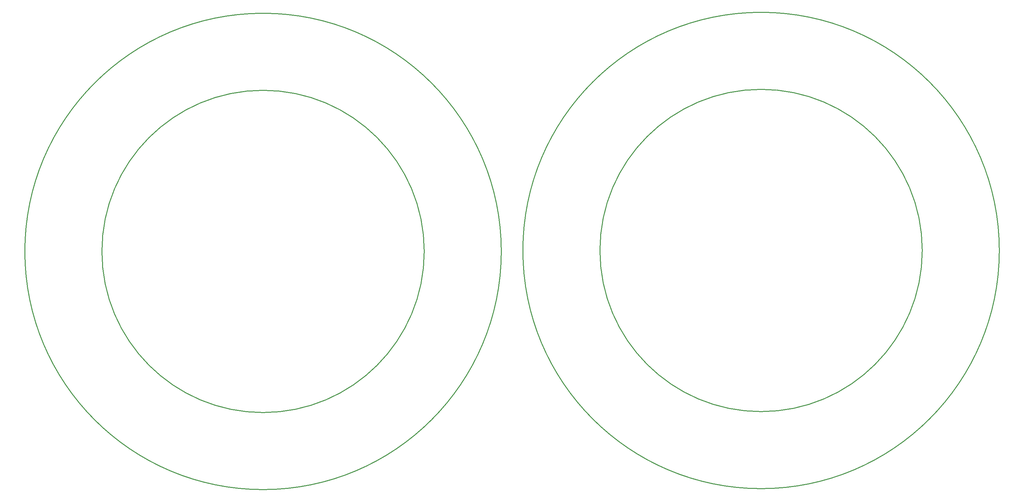
<source format=gbr>
%TF.GenerationSoftware,KiCad,Pcbnew,(6.0.9)*%
%TF.CreationDate,2022-12-31T16:19:11-08:00*%
%TF.ProjectId,LEDArray,4c454441-7272-4617-992e-6b696361645f,rev?*%
%TF.SameCoordinates,Original*%
%TF.FileFunction,Profile,NP*%
%FSLAX46Y46*%
G04 Gerber Fmt 4.6, Leading zero omitted, Abs format (unit mm)*
G04 Created by KiCad (PCBNEW (6.0.9)) date 2022-12-31 16:19:11*
%MOMM*%
%LPD*%
G01*
G04 APERTURE LIST*
%TA.AperFunction,Profile*%
%ADD10C,0.250000*%
%TD*%
G04 APERTURE END LIST*
D10*
X281117633Y-82591447D02*
G75*
G03*
X281117633Y-82591447I-64389000J0D01*
G01*
X260289633Y-82591447D02*
G75*
G03*
X260289633Y-82591447I-43561000J0D01*
G01*
X146506171Y-82846200D02*
G75*
G03*
X146506171Y-82846200I-64389000J0D01*
G01*
X125678171Y-82846200D02*
G75*
G03*
X125678171Y-82846200I-43561000J0D01*
G01*
M02*

</source>
